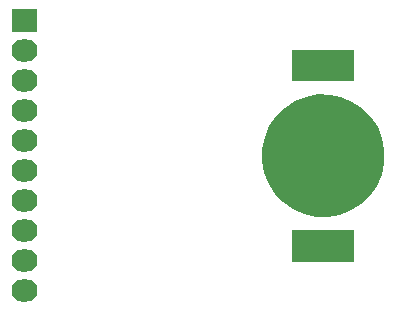
<source format=gbs>
%TF.GenerationSoftware,KiCad,Pcbnew,4.0.5-e0-6337~49~ubuntu16.04.1*%
%TF.CreationDate,2017-03-11T12:02:39-08:00*%
%TF.ProjectId,fgpmmopa6h-gps-breakout,6667706D6D6F706136682D6770732D62,v1.0*%
%TF.FileFunction,Soldermask,Bot*%
%FSLAX46Y46*%
G04 Gerber Fmt 4.6, Leading zero omitted, Abs format (unit mm)*
G04 Created by KiCad (PCBNEW 4.0.5-e0-6337~49~ubuntu16.04.1) date Sat Mar 11 12:02:39 2017*
%MOMM*%
%LPD*%
G01*
G04 APERTURE LIST*
%ADD10C,0.350000*%
G04 APERTURE END LIST*
D10*
G36*
X130978749Y-103200277D02*
X130978754Y-103200278D01*
X130980807Y-103200292D01*
X131163080Y-103220737D01*
X131337912Y-103276197D01*
X131498641Y-103364558D01*
X131639146Y-103482456D01*
X131754076Y-103625400D01*
X131839052Y-103787945D01*
X131890839Y-103963899D01*
X131890843Y-103963940D01*
X131890844Y-103963944D01*
X131907463Y-104146558D01*
X131889648Y-104316056D01*
X131888290Y-104328973D01*
X131834052Y-104504187D01*
X131746815Y-104665529D01*
X131629900Y-104806855D01*
X131487762Y-104922779D01*
X131325815Y-105008888D01*
X131150226Y-105061902D01*
X130967685Y-105079800D01*
X130652283Y-105079800D01*
X130641251Y-105079723D01*
X130641246Y-105079722D01*
X130639193Y-105079708D01*
X130456920Y-105059263D01*
X130282088Y-105003803D01*
X130121359Y-104915442D01*
X129980854Y-104797544D01*
X129865924Y-104654600D01*
X129780948Y-104492055D01*
X129729161Y-104316101D01*
X129729157Y-104316060D01*
X129729156Y-104316056D01*
X129712537Y-104133442D01*
X129731705Y-103951074D01*
X129731710Y-103951027D01*
X129785948Y-103775813D01*
X129873185Y-103614471D01*
X129990100Y-103473145D01*
X130132238Y-103357221D01*
X130294185Y-103271112D01*
X130469774Y-103218098D01*
X130652315Y-103200200D01*
X130967717Y-103200200D01*
X130978749Y-103200277D01*
X130978749Y-103200277D01*
G37*
G36*
X130978749Y-100660277D02*
X130978754Y-100660278D01*
X130980807Y-100660292D01*
X131163080Y-100680737D01*
X131337912Y-100736197D01*
X131498641Y-100824558D01*
X131639146Y-100942456D01*
X131754076Y-101085400D01*
X131839052Y-101247945D01*
X131890839Y-101423899D01*
X131890843Y-101423940D01*
X131890844Y-101423944D01*
X131907463Y-101606558D01*
X131889648Y-101776056D01*
X131888290Y-101788973D01*
X131834052Y-101964187D01*
X131746815Y-102125529D01*
X131629900Y-102266855D01*
X131487762Y-102382779D01*
X131325815Y-102468888D01*
X131150226Y-102521902D01*
X130967685Y-102539800D01*
X130652283Y-102539800D01*
X130641251Y-102539723D01*
X130641246Y-102539722D01*
X130639193Y-102539708D01*
X130456920Y-102519263D01*
X130282088Y-102463803D01*
X130121359Y-102375442D01*
X129980854Y-102257544D01*
X129865924Y-102114600D01*
X129780948Y-101952055D01*
X129729161Y-101776101D01*
X129729157Y-101776060D01*
X129729156Y-101776056D01*
X129712537Y-101593442D01*
X129731705Y-101411074D01*
X129731710Y-101411027D01*
X129785948Y-101235813D01*
X129873185Y-101074471D01*
X129990100Y-100933145D01*
X130132238Y-100817221D01*
X130294185Y-100731112D01*
X130469774Y-100678098D01*
X130652315Y-100660200D01*
X130967717Y-100660200D01*
X130978749Y-100660277D01*
X130978749Y-100660277D01*
G37*
G36*
X158734600Y-101703500D02*
X153482200Y-101703500D01*
X153482200Y-99051100D01*
X158734600Y-99051100D01*
X158734600Y-101703500D01*
X158734600Y-101703500D01*
G37*
G36*
X130978749Y-98120277D02*
X130978754Y-98120278D01*
X130980807Y-98120292D01*
X131163080Y-98140737D01*
X131337912Y-98196197D01*
X131498641Y-98284558D01*
X131639146Y-98402456D01*
X131754076Y-98545400D01*
X131839052Y-98707945D01*
X131890839Y-98883899D01*
X131890843Y-98883940D01*
X131890844Y-98883944D01*
X131907463Y-99066558D01*
X131889648Y-99236056D01*
X131888290Y-99248973D01*
X131834052Y-99424187D01*
X131746815Y-99585529D01*
X131629900Y-99726855D01*
X131487762Y-99842779D01*
X131325815Y-99928888D01*
X131150226Y-99981902D01*
X130967685Y-99999800D01*
X130652283Y-99999800D01*
X130641251Y-99999723D01*
X130641246Y-99999722D01*
X130639193Y-99999708D01*
X130456920Y-99979263D01*
X130282088Y-99923803D01*
X130121359Y-99835442D01*
X129980854Y-99717544D01*
X129865924Y-99574600D01*
X129780948Y-99412055D01*
X129729161Y-99236101D01*
X129729157Y-99236060D01*
X129729156Y-99236056D01*
X129712537Y-99053442D01*
X129731705Y-98871074D01*
X129731710Y-98871027D01*
X129785948Y-98695813D01*
X129873185Y-98534471D01*
X129990100Y-98393145D01*
X130132238Y-98277221D01*
X130294185Y-98191112D01*
X130469774Y-98138098D01*
X130652315Y-98120200D01*
X130967717Y-98120200D01*
X130978749Y-98120277D01*
X130978749Y-98120277D01*
G37*
G36*
X156652082Y-87554546D02*
X157646447Y-87758660D01*
X158582242Y-88152032D01*
X159423801Y-88719671D01*
X160139079Y-89439959D01*
X160700828Y-90285461D01*
X161087655Y-91223972D01*
X161284754Y-92219398D01*
X161284754Y-92219403D01*
X161284822Y-92219747D01*
X161268632Y-93379189D01*
X161268555Y-93379527D01*
X161268555Y-93379536D01*
X161043738Y-94369072D01*
X160630859Y-95296412D01*
X160045718Y-96125902D01*
X159310607Y-96825939D01*
X158453526Y-97369859D01*
X157507116Y-97736947D01*
X156507437Y-97913218D01*
X155492552Y-97891959D01*
X154501125Y-97673980D01*
X153570919Y-97267583D01*
X152737370Y-96688251D01*
X152032218Y-95958045D01*
X151482326Y-95104779D01*
X151108639Y-94160954D01*
X150925395Y-93162531D01*
X150939567Y-92147524D01*
X151150620Y-91154598D01*
X151550511Y-90221581D01*
X152124014Y-89384002D01*
X152849277Y-88673771D01*
X153698683Y-88117936D01*
X154639874Y-87737670D01*
X155636995Y-87547459D01*
X156652082Y-87554546D01*
X156652082Y-87554546D01*
G37*
G36*
X130978749Y-95580277D02*
X130978754Y-95580278D01*
X130980807Y-95580292D01*
X131163080Y-95600737D01*
X131337912Y-95656197D01*
X131498641Y-95744558D01*
X131639146Y-95862456D01*
X131754076Y-96005400D01*
X131839052Y-96167945D01*
X131890839Y-96343899D01*
X131890843Y-96343940D01*
X131890844Y-96343944D01*
X131907463Y-96526558D01*
X131890468Y-96688247D01*
X131888290Y-96708973D01*
X131834052Y-96884187D01*
X131746815Y-97045529D01*
X131629900Y-97186855D01*
X131487762Y-97302779D01*
X131325815Y-97388888D01*
X131150226Y-97441902D01*
X130967685Y-97459800D01*
X130652283Y-97459800D01*
X130641251Y-97459723D01*
X130641246Y-97459722D01*
X130639193Y-97459708D01*
X130456920Y-97439263D01*
X130282088Y-97383803D01*
X130121359Y-97295442D01*
X129980854Y-97177544D01*
X129865924Y-97034600D01*
X129780948Y-96872055D01*
X129729161Y-96696101D01*
X129729157Y-96696060D01*
X129729156Y-96696056D01*
X129712537Y-96513442D01*
X129731705Y-96331074D01*
X129731710Y-96331027D01*
X129785948Y-96155813D01*
X129873185Y-95994471D01*
X129990100Y-95853145D01*
X130132238Y-95737221D01*
X130294185Y-95651112D01*
X130469774Y-95598098D01*
X130652315Y-95580200D01*
X130967717Y-95580200D01*
X130978749Y-95580277D01*
X130978749Y-95580277D01*
G37*
G36*
X130978749Y-93040277D02*
X130978754Y-93040278D01*
X130980807Y-93040292D01*
X131163080Y-93060737D01*
X131337912Y-93116197D01*
X131498641Y-93204558D01*
X131639146Y-93322456D01*
X131754076Y-93465400D01*
X131839052Y-93627945D01*
X131890839Y-93803899D01*
X131890843Y-93803940D01*
X131890844Y-93803944D01*
X131907463Y-93986558D01*
X131889648Y-94156056D01*
X131888290Y-94168973D01*
X131834052Y-94344187D01*
X131746815Y-94505529D01*
X131629900Y-94646855D01*
X131487762Y-94762779D01*
X131325815Y-94848888D01*
X131150226Y-94901902D01*
X130967685Y-94919800D01*
X130652283Y-94919800D01*
X130641251Y-94919723D01*
X130641246Y-94919722D01*
X130639193Y-94919708D01*
X130456920Y-94899263D01*
X130282088Y-94843803D01*
X130121359Y-94755442D01*
X129980854Y-94637544D01*
X129865924Y-94494600D01*
X129780948Y-94332055D01*
X129729161Y-94156101D01*
X129729157Y-94156060D01*
X129729156Y-94156056D01*
X129712537Y-93973442D01*
X129731705Y-93791074D01*
X129731710Y-93791027D01*
X129785948Y-93615813D01*
X129873185Y-93454471D01*
X129990100Y-93313145D01*
X130132238Y-93197221D01*
X130294185Y-93111112D01*
X130469774Y-93058098D01*
X130652315Y-93040200D01*
X130967717Y-93040200D01*
X130978749Y-93040277D01*
X130978749Y-93040277D01*
G37*
G36*
X130978749Y-90500277D02*
X130978754Y-90500278D01*
X130980807Y-90500292D01*
X131163080Y-90520737D01*
X131337912Y-90576197D01*
X131498641Y-90664558D01*
X131639146Y-90782456D01*
X131754076Y-90925400D01*
X131839052Y-91087945D01*
X131890839Y-91263899D01*
X131890843Y-91263940D01*
X131890844Y-91263944D01*
X131907463Y-91446558D01*
X131889648Y-91616056D01*
X131888290Y-91628973D01*
X131834052Y-91804187D01*
X131746815Y-91965529D01*
X131629900Y-92106855D01*
X131487762Y-92222779D01*
X131325815Y-92308888D01*
X131150226Y-92361902D01*
X130967685Y-92379800D01*
X130652283Y-92379800D01*
X130641251Y-92379723D01*
X130641246Y-92379722D01*
X130639193Y-92379708D01*
X130456920Y-92359263D01*
X130282088Y-92303803D01*
X130121359Y-92215442D01*
X129980854Y-92097544D01*
X129865924Y-91954600D01*
X129780948Y-91792055D01*
X129729161Y-91616101D01*
X129729157Y-91616060D01*
X129729156Y-91616056D01*
X129712537Y-91433442D01*
X129731705Y-91251074D01*
X129731710Y-91251027D01*
X129785948Y-91075813D01*
X129873185Y-90914471D01*
X129990100Y-90773145D01*
X130132238Y-90657221D01*
X130294185Y-90571112D01*
X130469774Y-90518098D01*
X130652315Y-90500200D01*
X130967717Y-90500200D01*
X130978749Y-90500277D01*
X130978749Y-90500277D01*
G37*
G36*
X130978749Y-87960277D02*
X130978754Y-87960278D01*
X130980807Y-87960292D01*
X131163080Y-87980737D01*
X131337912Y-88036197D01*
X131498641Y-88124558D01*
X131639146Y-88242456D01*
X131754076Y-88385400D01*
X131839052Y-88547945D01*
X131890839Y-88723899D01*
X131890843Y-88723940D01*
X131890844Y-88723944D01*
X131907463Y-88906558D01*
X131889648Y-89076056D01*
X131888290Y-89088973D01*
X131834052Y-89264187D01*
X131746815Y-89425529D01*
X131629900Y-89566855D01*
X131487762Y-89682779D01*
X131325815Y-89768888D01*
X131150226Y-89821902D01*
X130967685Y-89839800D01*
X130652283Y-89839800D01*
X130641251Y-89839723D01*
X130641246Y-89839722D01*
X130639193Y-89839708D01*
X130456920Y-89819263D01*
X130282088Y-89763803D01*
X130121359Y-89675442D01*
X129980854Y-89557544D01*
X129865924Y-89414600D01*
X129780948Y-89252055D01*
X129729161Y-89076101D01*
X129729157Y-89076060D01*
X129729156Y-89076056D01*
X129712537Y-88893442D01*
X129731705Y-88711074D01*
X129731710Y-88711027D01*
X129785948Y-88535813D01*
X129873185Y-88374471D01*
X129990100Y-88233145D01*
X130132238Y-88117221D01*
X130294185Y-88031112D01*
X130469774Y-87978098D01*
X130652315Y-87960200D01*
X130967717Y-87960200D01*
X130978749Y-87960277D01*
X130978749Y-87960277D01*
G37*
G36*
X130978749Y-85420277D02*
X130978754Y-85420278D01*
X130980807Y-85420292D01*
X131163080Y-85440737D01*
X131337912Y-85496197D01*
X131498641Y-85584558D01*
X131639146Y-85702456D01*
X131754076Y-85845400D01*
X131839052Y-86007945D01*
X131890839Y-86183899D01*
X131890843Y-86183940D01*
X131890844Y-86183944D01*
X131907463Y-86366558D01*
X131903580Y-86403500D01*
X131888290Y-86548973D01*
X131834052Y-86724187D01*
X131746815Y-86885529D01*
X131629900Y-87026855D01*
X131487762Y-87142779D01*
X131325815Y-87228888D01*
X131150226Y-87281902D01*
X130967685Y-87299800D01*
X130652283Y-87299800D01*
X130641251Y-87299723D01*
X130641246Y-87299722D01*
X130639193Y-87299708D01*
X130456920Y-87279263D01*
X130282088Y-87223803D01*
X130121359Y-87135442D01*
X129980854Y-87017544D01*
X129865924Y-86874600D01*
X129780948Y-86712055D01*
X129729161Y-86536101D01*
X129729157Y-86536060D01*
X129729156Y-86536056D01*
X129712537Y-86353442D01*
X129731705Y-86171074D01*
X129731710Y-86171027D01*
X129785948Y-85995813D01*
X129873185Y-85834471D01*
X129990100Y-85693145D01*
X130132238Y-85577221D01*
X130294185Y-85491112D01*
X130469774Y-85438098D01*
X130652315Y-85420200D01*
X130967717Y-85420200D01*
X130978749Y-85420277D01*
X130978749Y-85420277D01*
G37*
G36*
X158734600Y-86403500D02*
X153482200Y-86403500D01*
X153482200Y-83751100D01*
X158734600Y-83751100D01*
X158734600Y-86403500D01*
X158734600Y-86403500D01*
G37*
G36*
X130978749Y-82880277D02*
X130978754Y-82880278D01*
X130980807Y-82880292D01*
X131163080Y-82900737D01*
X131337912Y-82956197D01*
X131498641Y-83044558D01*
X131639146Y-83162456D01*
X131754076Y-83305400D01*
X131839052Y-83467945D01*
X131890839Y-83643899D01*
X131890843Y-83643940D01*
X131890844Y-83643944D01*
X131907463Y-83826558D01*
X131889648Y-83996056D01*
X131888290Y-84008973D01*
X131834052Y-84184187D01*
X131746815Y-84345529D01*
X131629900Y-84486855D01*
X131487762Y-84602779D01*
X131325815Y-84688888D01*
X131150226Y-84741902D01*
X130967685Y-84759800D01*
X130652283Y-84759800D01*
X130641251Y-84759723D01*
X130641246Y-84759722D01*
X130639193Y-84759708D01*
X130456920Y-84739263D01*
X130282088Y-84683803D01*
X130121359Y-84595442D01*
X129980854Y-84477544D01*
X129865924Y-84334600D01*
X129780948Y-84172055D01*
X129729161Y-83996101D01*
X129729157Y-83996060D01*
X129729156Y-83996056D01*
X129712537Y-83813442D01*
X129731705Y-83631074D01*
X129731710Y-83631027D01*
X129785948Y-83455813D01*
X129873185Y-83294471D01*
X129990100Y-83153145D01*
X130132238Y-83037221D01*
X130294185Y-82951112D01*
X130469774Y-82898098D01*
X130652315Y-82880200D01*
X130967717Y-82880200D01*
X130978749Y-82880277D01*
X130978749Y-82880277D01*
G37*
G36*
X131902200Y-82219800D02*
X129717800Y-82219800D01*
X129717800Y-80340200D01*
X131902200Y-80340200D01*
X131902200Y-82219800D01*
X131902200Y-82219800D01*
G37*
M02*

</source>
